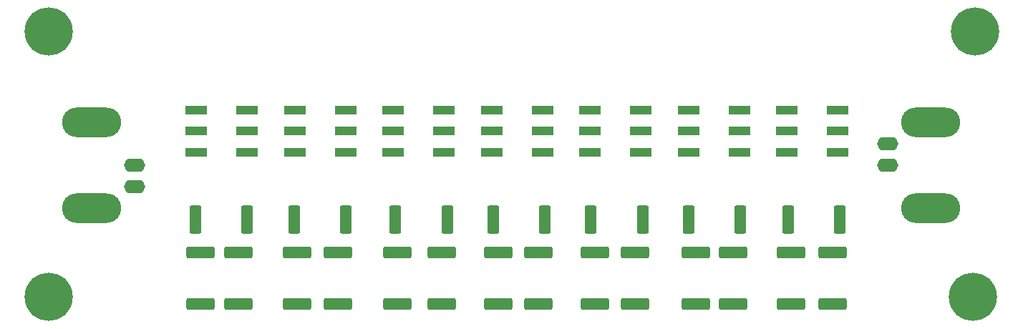
<source format=gts>
%TF.GenerationSoftware,KiCad,Pcbnew,7.0.10-7.0.10~ubuntu22.04.1*%
%TF.CreationDate,2024-06-08T07:05:10-07:00*%
%TF.ProjectId,rf_attenuator_r3,72665f61-7474-4656-9e75-61746f725f72,rev?*%
%TF.SameCoordinates,Original*%
%TF.FileFunction,Soldermask,Top*%
%TF.FilePolarity,Negative*%
%FSLAX46Y46*%
G04 Gerber Fmt 4.6, Leading zero omitted, Abs format (unit mm)*
G04 Created by KiCad (PCBNEW 7.0.10-7.0.10~ubuntu22.04.1) date 2024-06-08 07:05:10*
%MOMM*%
%LPD*%
G01*
G04 APERTURE LIST*
G04 Aperture macros list*
%AMRoundRect*
0 Rectangle with rounded corners*
0 $1 Rounding radius*
0 $2 $3 $4 $5 $6 $7 $8 $9 X,Y pos of 4 corners*
0 Add a 4 corners polygon primitive as box body*
4,1,4,$2,$3,$4,$5,$6,$7,$8,$9,$2,$3,0*
0 Add four circle primitives for the rounded corners*
1,1,$1+$1,$2,$3*
1,1,$1+$1,$4,$5*
1,1,$1+$1,$6,$7*
1,1,$1+$1,$8,$9*
0 Add four rect primitives between the rounded corners*
20,1,$1+$1,$2,$3,$4,$5,0*
20,1,$1+$1,$4,$5,$6,$7,0*
20,1,$1+$1,$6,$7,$8,$9,0*
20,1,$1+$1,$8,$9,$2,$3,0*%
G04 Aperture macros list end*
%ADD10RoundRect,0.249999X-0.450001X-1.425001X0.450001X-1.425001X0.450001X1.425001X-0.450001X1.425001X0*%
%ADD11R,2.500000X1.000000*%
%ADD12RoundRect,0.249999X-1.425001X0.450001X-1.425001X-0.450001X1.425001X-0.450001X1.425001X0.450001X0*%
%ADD13C,3.600000*%
%ADD14C,5.700000*%
%ADD15O,7.000000X3.500000*%
%ADD16O,2.500000X1.600000*%
G04 APERTURE END LIST*
D10*
%TO.C,R10*%
X137310400Y-93063600D03*
X143410400Y-93063600D03*
%TD*%
D11*
%TO.C,SW7*%
X178079399Y-80090000D03*
X178079399Y-82590000D03*
X178079399Y-85090000D03*
X172079399Y-80090000D03*
X172079399Y-82590000D03*
X172079399Y-85090000D03*
%TD*%
%TO.C,SW1*%
X108229047Y-80090000D03*
X108229047Y-82590000D03*
X108229047Y-85090000D03*
X102229047Y-80090000D03*
X102229047Y-82590000D03*
X102229047Y-85090000D03*
%TD*%
D10*
%TO.C,R19*%
X172184600Y-93063600D03*
X178284600Y-93063600D03*
%TD*%
%TO.C,R7*%
X125778800Y-93063600D03*
X131878800Y-93063600D03*
%TD*%
D12*
%TO.C,R9*%
X131267200Y-96947800D03*
X131267200Y-103047800D03*
%TD*%
%TO.C,R14*%
X149377400Y-96947800D03*
X149377400Y-103047800D03*
%TD*%
D13*
%TO.C,H2*%
X194106800Y-102260400D03*
D14*
X194106800Y-102260400D03*
%TD*%
D10*
%TO.C,R16*%
X160449800Y-93063600D03*
X166549800Y-93063600D03*
%TD*%
D11*
%TO.C,SW3*%
X131512497Y-80090000D03*
X131512497Y-82590000D03*
X131512497Y-85090000D03*
X125512497Y-80090000D03*
X125512497Y-82590000D03*
X125512497Y-85090000D03*
%TD*%
D10*
%TO.C,R13*%
X148892800Y-93063600D03*
X154992800Y-93063600D03*
%TD*%
D15*
%TO.C,J1*%
X89865200Y-81534000D03*
D16*
X94945200Y-89154000D03*
D15*
X89865200Y-91694000D03*
D16*
X94945200Y-86614000D03*
%TD*%
D13*
%TO.C,H3*%
X84785200Y-70840600D03*
D14*
X84785200Y-70840600D03*
%TD*%
D12*
%TO.C,R15*%
X154101800Y-96947800D03*
X154101800Y-103047800D03*
%TD*%
D11*
%TO.C,SW4*%
X143154222Y-80090000D03*
X143154222Y-82590000D03*
X143154222Y-85090000D03*
X137154222Y-80090000D03*
X137154222Y-82590000D03*
X137154222Y-85090000D03*
%TD*%
D12*
%TO.C,R21*%
X177495200Y-96947800D03*
X177495200Y-103047800D03*
%TD*%
D16*
%TO.C,J2*%
X184023000Y-86614000D03*
D15*
X189103000Y-81534000D03*
D16*
X184023000Y-84074000D03*
D15*
X189103000Y-91694000D03*
%TD*%
D11*
%TO.C,SW6*%
X166437672Y-80090000D03*
X166437672Y-82590000D03*
X166437672Y-85090000D03*
X160437672Y-80090000D03*
X160437672Y-82590000D03*
X160437672Y-85090000D03*
%TD*%
D12*
%TO.C,R3*%
X107213400Y-96947800D03*
X107213400Y-103047800D03*
%TD*%
%TO.C,R8*%
X126034800Y-96947800D03*
X126034800Y-103047800D03*
%TD*%
%TO.C,R12*%
X142671800Y-96947800D03*
X142671800Y-103047800D03*
%TD*%
D13*
%TO.C,H1*%
X194284600Y-70840600D03*
D14*
X194284600Y-70840600D03*
%TD*%
D11*
%TO.C,SW2*%
X119870772Y-80090000D03*
X119870772Y-82590000D03*
X119870772Y-85090000D03*
X113870772Y-80090000D03*
X113870772Y-82590000D03*
X113870772Y-85090000D03*
%TD*%
D12*
%TO.C,R18*%
X165684200Y-96947800D03*
X165684200Y-103047800D03*
%TD*%
%TO.C,R2*%
X102692200Y-96947800D03*
X102692200Y-103047800D03*
%TD*%
%TO.C,R6*%
X118999000Y-96947800D03*
X118999000Y-103047800D03*
%TD*%
%TO.C,R5*%
X114173000Y-96947800D03*
X114173000Y-103047800D03*
%TD*%
%TO.C,R17*%
X161340800Y-96947800D03*
X161340800Y-103047800D03*
%TD*%
%TO.C,R11*%
X137922000Y-96947800D03*
X137922000Y-103047800D03*
%TD*%
D10*
%TO.C,R1*%
X102080600Y-93063600D03*
X108180600Y-93063600D03*
%TD*%
D13*
%TO.C,H4*%
X84734400Y-102260400D03*
D14*
X84734400Y-102260400D03*
%TD*%
D12*
%TO.C,R20*%
X172593000Y-96947800D03*
X172593000Y-103047800D03*
%TD*%
D10*
%TO.C,R4*%
X113766600Y-93063600D03*
X119866600Y-93063600D03*
%TD*%
D11*
%TO.C,SW5*%
X154795947Y-80090000D03*
X154795947Y-82590000D03*
X154795947Y-85090000D03*
X148795947Y-80090000D03*
X148795947Y-82590000D03*
X148795947Y-85090000D03*
%TD*%
M02*

</source>
